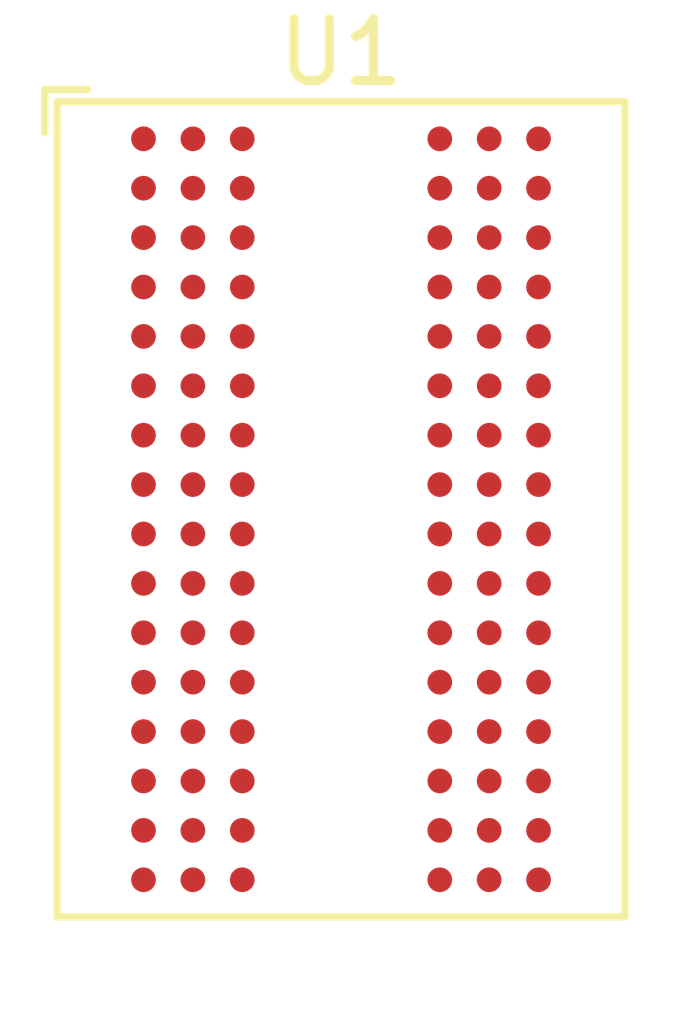
<source format=kicad_pcb>
(kicad_pcb (version 20201116) (generator pcbnew)
  (layers (0 "F.Cu" signal) (31 "B.Cu" signal) (34 "B.Paste" user) (35 "F.Paste" user) (36 "B.SilkS" user "B.Silkscreen") (37 "F.SilkS" user "F.Silkscreen") (38 "B.Mask" user) (39 "F.Mask" user) (44 "Edge.Cuts" user))
  (net 0 "")
  (net 1 "Net-(U1-PadT9)")
  (net 2 "Net-(U1-PadT8)")
  (net 3 "Net-(U1-PadT7)")
  (net 4 "Net-(U1-PadT3)")
  (net 5 "Net-(U1-PadT2)")
  (net 6 "Net-(U1-PadT1)")
  (net 7 "Net-(U1-PadR9)")
  (net 8 "Net-(U1-PadR8)")
  (net 9 "Net-(U1-PadR7)")
  (net 10 "Net-(U1-PadR3)")
  (net 11 "Net-(U1-PadR2)")
  (net 12 "Net-(U1-PadR1)")
  (net 13 "Net-(U1-PadP9)")
  (net 14 "Net-(U1-PadP8)")
  (net 15 "Net-(U1-PadP7)")
  (net 16 "Net-(U1-PadP3)")
  (net 17 "Net-(U1-PadP2)")
  (net 18 "Net-(U1-PadP1)")
  (net 19 "Net-(U1-PadN9)")
  (net 20 "Net-(U1-PadN8)")
  (net 21 "Net-(U1-PadN7)")
  (net 22 "Net-(U1-PadN3)")
  (net 23 "Net-(U1-PadN2)")
  (net 24 "Net-(U1-PadN1)")
  (net 25 "Net-(U1-PadM9)")
  (net 26 "Net-(U1-PadM8)")
  (net 27 "Net-(U1-PadM7)")
  (net 28 "Net-(U1-PadM3)")
  (net 29 "Net-(U1-PadM2)")
  (net 30 "Net-(U1-PadM1)")
  (net 31 "no_connect_96")
  (net 32 "Net-(U1-PadL8)")
  (net 33 "Net-(U1-PadL7)")
  (net 34 "Net-(U1-PadL3)")
  (net 35 "Net-(U1-PadL2)")
  (net 36 "no_connect_95")
  (net 37 "Net-(U1-PadK9)")
  (net 38 "Net-(U1-PadK8)")
  (net 39 "Net-(U1-PadK7)")
  (net 40 "Net-(U1-PadK3)")
  (net 41 "Net-(U1-PadK2)")
  (net 42 "Net-(U1-PadK1)")
  (net 43 "no_connect_94")
  (net 44 "Net-(U1-PadJ8)")
  (net 45 "Net-(U1-PadJ7)")
  (net 46 "Net-(U1-PadJ3)")
  (net 47 "Net-(U1-PadJ2)")
  (net 48 "no_connect_93")
  (net 49 "Net-(U1-PadH9)")
  (net 50 "Net-(U1-PadH8)")
  (net 51 "Net-(U1-PadH7)")
  (net 52 "Net-(U1-PadH3)")
  (net 53 "Net-(U1-PadH2)")
  (net 54 "Net-(U1-PadH1)")
  (net 55 "Net-(U1-PadG9)")
  (net 56 "Net-(U1-PadG8)")
  (net 57 "Net-(U1-PadG7)")
  (net 58 "Net-(U1-PadG3)")
  (net 59 "Net-(U1-PadG2)")
  (net 60 "Net-(U1-PadG1)")
  (net 61 "Net-(U1-PadF9)")
  (net 62 "Net-(U1-PadF8)")
  (net 63 "Net-(U1-PadF7)")
  (net 64 "Net-(U1-PadF3)")
  (net 65 "Net-(U1-PadF2)")
  (net 66 "Net-(U1-PadF1)")
  (net 67 "Net-(U1-PadE9)")
  (net 68 "Net-(U1-PadE8)")
  (net 69 "Net-(U1-PadE7)")
  (net 70 "Net-(U1-PadE3)")
  (net 71 "Net-(U1-PadE2)")
  (net 72 "Net-(U1-PadE1)")
  (net 73 "Net-(U1-PadD9)")
  (net 74 "Net-(U1-PadD8)")
  (net 75 "Net-(U1-PadD7)")
  (net 76 "Net-(U1-PadD3)")
  (net 77 "Net-(U1-PadD2)")
  (net 78 "Net-(U1-PadD1)")
  (net 79 "Net-(U1-PadC9)")
  (net 80 "Net-(U1-PadC8)")
  (net 81 "Net-(U1-PadC7)")
  (net 82 "Net-(U1-PadC3)")
  (net 83 "Net-(U1-PadC2)")
  (net 84 "Net-(U1-PadC1)")
  (net 85 "Net-(U1-PadB9)")
  (net 86 "Net-(U1-PadB8)")
  (net 87 "Net-(U1-PadB7)")
  (net 88 "Net-(U1-PadB3)")
  (net 89 "Net-(U1-PadB2)")
  (net 90 "Net-(U1-PadB1)")
  (net 91 "Net-(U1-PadA9)")
  (net 92 "Net-(U1-PadA8)")
  (net 93 "Net-(U1-PadA7)")
  (net 94 "Net-(U1-PadA3)")
  (net 95 "Net-(U1-PadA1)")
  (footprint "Package_BGA:BGA-96_9.0x13.0mm_Layout2x3x16_P0.8mm" (layer "F.Cu") (at 157.673 96.454)
    (fp_text reference "U1" (at 0 -7.4) (layer "F.SilkS"))
    (fp_text value "MT41K512M16")
    (fp_line (start 4.6 6.6) (end 4.6 -6.6) (layer "F.SilkS") (width 0.12))
    (fp_line (start -4.8 -6.8) (end -4.8 -6.1) (layer "F.SilkS") (width 0.12))
    (fp_line (start -4.1 -6.8) (end -4.8 -6.8) (layer "F.SilkS") (width 0.12))
    (fp_line (start 4.6 -6.6) (end -4.6 -6.6) (layer "F.SilkS") (width 0.12))
    (fp_line (start -4.6 6.6) (end 4.6 6.6) (layer "F.SilkS") (width 0.12))
    (fp_line (start -4.6 -6.6) (end -4.6 6.6) (layer "F.SilkS") (width 0.12))
    (pad "A1" smd circle (at -3.2 -6) (size 0.4 0.4) (layers "F.Cu" "F.Paste" "F.Mask") (net 95 "Net-(U1-PadA1)"))
    (pad "A2" smd circle (at -2.4 -6) (size 0.4 0.4) (layers "F.Cu" "F.Paste" "F.Mask"))
    (pad "A3" smd circle (at -1.6 -6) (size 0.4 0.4) (layers "F.Cu" "F.Paste" "F.Mask") (net 94 "Net-(U1-PadA3)"))
    (pad "A7" smd circle (at 1.6 -6) (size 0.4 0.4) (layers "F.Cu" "F.Paste" "F.Mask") (net 93 "Net-(U1-PadA7)"))
    (pad "A8" smd circle (at 2.4 -6) (size 0.4 0.4) (layers "F.Cu" "F.Paste" "F.Mask") (net 92 "Net-(U1-PadA8)"))
    (pad "A9" smd circle (at 3.2 -6) (size 0.4 0.4) (layers "F.Cu" "F.Paste" "F.Mask") (net 91 "Net-(U1-PadA9)"))
    (pad "B1" smd circle (at -3.2 -5.2) (size 0.4 0.4) (layers "F.Cu" "F.Paste" "F.Mask") (net 90 "Net-(U1-PadB1)"))
    (pad "B2" smd circle (at -2.4 -5.2) (size 0.4 0.4) (layers "F.Cu" "F.Paste" "F.Mask") (net 89 "Net-(U1-PadB2)"))
    (pad "B3" smd circle (at -1.6 -5.2) (size 0.4 0.4) (layers "F.Cu" "F.Paste" "F.Mask") (net 88 "Net-(U1-PadB3)"))
    (pad "B7" smd circle (at 1.6 -5.2) (size 0.4 0.4) (layers "F.Cu" "F.Paste" "F.Mask") (net 87 "Net-(U1-PadB7)"))
    (pad "B8" smd circle (at 2.4 -5.2) (size 0.4 0.4) (layers "F.Cu" "F.Paste" "F.Mask") (net 86 "Net-(U1-PadB8)"))
    (pad "B9" smd circle (at 3.2 -5.2) (size 0.4 0.4) (layers "F.Cu" "F.Paste" "F.Mask") (net 85 "Net-(U1-PadB9)"))
    (pad "C1" smd circle (at -3.2 -4.4) (size 0.4 0.4) (layers "F.Cu" "F.Paste" "F.Mask") (net 84 "Net-(U1-PadC1)"))
    (pad "C2" smd circle (at -2.4 -4.4) (size 0.4 0.4) (layers "F.Cu" "F.Paste" "F.Mask") (net 83 "Net-(U1-PadC2)"))
    (pad "C3" smd circle (at -1.6 -4.4) (size 0.4 0.4) (layers "F.Cu" "F.Paste" "F.Mask") (net 82 "Net-(U1-PadC3)"))
    (pad "C7" smd circle (at 1.6 -4.4) (size 0.4 0.4) (layers "F.Cu" "F.Paste" "F.Mask") (net 81 "Net-(U1-PadC7)"))
    (pad "C8" smd circle (at 2.4 -4.4) (size 0.4 0.4) (layers "F.Cu" "F.Paste" "F.Mask") (net 80 "Net-(U1-PadC8)"))
    (pad "C9" smd circle (at 3.2 -4.4) (size 0.4 0.4) (layers "F.Cu" "F.Paste" "F.Mask") (net 79 "Net-(U1-PadC9)"))
    (pad "D1" smd circle (at -3.2 -3.6) (size 0.4 0.4) (layers "F.Cu" "F.Paste" "F.Mask") (net 78 "Net-(U1-PadD1)"))
    (pad "D2" smd circle (at -2.4 -3.6) (size 0.4 0.4) (layers "F.Cu" "F.Paste" "F.Mask") (net 77 "Net-(U1-PadD2)"))
    (pad "D3" smd circle (at -1.6 -3.6) (size 0.4 0.4) (layers "F.Cu" "F.Paste" "F.Mask") (net 76 "Net-(U1-PadD3)"))
    (pad "D7" smd circle (at 1.6 -3.6) (size 0.4 0.4) (layers "F.Cu" "F.Paste" "F.Mask") (net 75 "Net-(U1-PadD7)"))
    (pad "D8" smd circle (at 2.4 -3.6) (size 0.4 0.4) (layers "F.Cu" "F.Paste" "F.Mask") (net 74 "Net-(U1-PadD8)"))
    (pad "D9" smd circle (at 3.2 -3.6) (size 0.4 0.4) (layers "F.Cu" "F.Paste" "F.Mask") (net 73 "Net-(U1-PadD9)"))
    (pad "E1" smd circle (at -3.2 -2.8) (size 0.4 0.4) (layers "F.Cu" "F.Paste" "F.Mask") (net 72 "Net-(U1-PadE1)"))
    (pad "E2" smd circle (at -2.4 -2.8) (size 0.4 0.4) (layers "F.Cu" "F.Paste" "F.Mask") (net 71 "Net-(U1-PadE2)"))
    (pad "E3" smd circle (at -1.6 -2.8) (size 0.4 0.4) (layers "F.Cu" "F.Paste" "F.Mask") (net 70 "Net-(U1-PadE3)"))
    (pad "E7" smd circle (at 1.6 -2.8) (size 0.4 0.4) (layers "F.Cu" "F.Paste" "F.Mask") (net 69 "Net-(U1-PadE7)"))
    (pad "E8" smd circle (at 2.4 -2.8) (size 0.4 0.4) (layers "F.Cu" "F.Paste" "F.Mask") (net 68 "Net-(U1-PadE8)"))
    (pad "E9" smd circle (at 3.2 -2.8) (size 0.4 0.4) (layers "F.Cu" "F.Paste" "F.Mask") (net 67 "Net-(U1-PadE9)"))
    (pad "F1" smd circle (at -3.2 -2) (size 0.4 0.4) (layers "F.Cu" "F.Paste" "F.Mask") (net 66 "Net-(U1-PadF1)"))
    (pad "F2" smd circle (at -2.4 -2) (size 0.4 0.4) (layers "F.Cu" "F.Paste" "F.Mask") (net 65 "Net-(U1-PadF2)"))
    (pad "F3" smd circle (at -1.6 -2) (size 0.4 0.4) (layers "F.Cu" "F.Paste" "F.Mask") (net 64 "Net-(U1-PadF3)"))
    (pad "F7" smd circle (at 1.6 -2) (size 0.4 0.4) (layers "F.Cu" "F.Paste" "F.Mask") (net 63 "Net-(U1-PadF7)"))
    (pad "F8" smd circle (at 2.4 -2) (size 0.4 0.4) (layers "F.Cu" "F.Paste" "F.Mask") (net 62 "Net-(U1-PadF8)"))
    (pad "F9" smd circle (at 3.2 -2) (size 0.4 0.4) (layers "F.Cu" "F.Paste" "F.Mask") (net 61 "Net-(U1-PadF9)"))
    (pad "G1" smd circle (at -3.2 -1.2) (size 0.4 0.4) (layers "F.Cu" "F.Paste" "F.Mask") (net 60 "Net-(U1-PadG1)"))
    (pad "G2" smd circle (at -2.4 -1.2) (size 0.4 0.4) (layers "F.Cu" "F.Paste" "F.Mask") (net 59 "Net-(U1-PadG2)"))
    (pad "G3" smd circle (at -1.6 -1.2) (size 0.4 0.4) (layers "F.Cu" "F.Paste" "F.Mask") (net 58 "Net-(U1-PadG3)"))
    (pad "G7" smd circle (at 1.6 -1.2) (size 0.4 0.4) (layers "F.Cu" "F.Paste" "F.Mask") (net 57 "Net-(U1-PadG7)"))
    (pad "G8" smd circle (at 2.4 -1.2) (size 0.4 0.4) (layers "F.Cu" "F.Paste" "F.Mask") (net 56 "Net-(U1-PadG8)"))
    (pad "G9" smd circle (at 3.2 -1.2) (size 0.4 0.4) (layers "F.Cu" "F.Paste" "F.Mask") (net 55 "Net-(U1-PadG9)"))
    (pad "H1" smd circle (at -3.2 -0.4) (size 0.4 0.4) (layers "F.Cu" "F.Paste" "F.Mask") (net 54 "Net-(U1-PadH1)"))
    (pad "H2" smd circle (at -2.4 -0.4) (size 0.4 0.4) (layers "F.Cu" "F.Paste" "F.Mask") (net 53 "Net-(U1-PadH2)"))
    (pad "H3" smd circle (at -1.6 -0.4) (size 0.4 0.4) (layers "F.Cu" "F.Paste" "F.Mask") (net 52 "Net-(U1-PadH3)"))
    (pad "H7" smd circle (at 1.6 -0.4) (size 0.4 0.4) (layers "F.Cu" "F.Paste" "F.Mask") (net 51 "Net-(U1-PadH7)"))
    (pad "H8" smd circle (at 2.4 -0.4) (size 0.4 0.4) (layers "F.Cu" "F.Paste" "F.Mask") (net 50 "Net-(U1-PadH8)"))
    (pad "H9" smd circle (at 3.2 -0.4) (size 0.4 0.4) (layers "F.Cu" "F.Paste" "F.Mask") (net 49 "Net-(U1-PadH9)"))
    (pad "J1" smd circle (at -3.2 0.4) (size 0.4 0.4) (layers "F.Cu" "F.Paste" "F.Mask") (net 48 "no_connect_93"))
    (pad "J2" smd circle (at -2.4 0.4) (size 0.4 0.4) (layers "F.Cu" "F.Paste" "F.Mask") (net 47 "Net-(U1-PadJ2)"))
    (pad "J3" smd circle (at -1.6 0.4) (size 0.4 0.4) (layers "F.Cu" "F.Paste" "F.Mask") (net 46 "Net-(U1-PadJ3)"))
    (pad "J7" smd circle (at 1.6 0.4) (size 0.4 0.4) (layers "F.Cu" "F.Paste" "F.Mask") (net 45 "Net-(U1-PadJ7)"))
    (pad "J8" smd circle (at 2.4 0.4) (size 0.4 0.4) (layers "F.Cu" "F.Paste" "F.Mask") (net 44 "Net-(U1-PadJ8)"))
    (pad "J9" smd circle (at 3.2 0.4) (size 0.4 0.4) (layers "F.Cu" "F.Paste" "F.Mask") (net 43 "no_connect_94"))
    (pad "K1" smd circle (at -3.2 1.2) (size 0.4 0.4) (layers "F.Cu" "F.Paste" "F.Mask") (net 42 "Net-(U1-PadK1)"))
    (pad "K2" smd circle (at -2.4 1.2) (size 0.4 0.4) (layers "F.Cu" "F.Paste" "F.Mask") (net 41 "Net-(U1-PadK2)"))
    (pad "K3" smd circle (at -1.6 1.2) (size 0.4 0.4) (layers "F.Cu" "F.Paste" "F.Mask") (net 40 "Net-(U1-PadK3)"))
    (pad "K7" smd circle (at 1.6 1.2) (size 0.4 0.4) (layers "F.Cu" "F.Paste" "F.Mask") (net 39 "Net-(U1-PadK7)"))
    (pad "K8" smd circle (at 2.4 1.2) (size 0.4 0.4) (layers "F.Cu" "F.Paste" "F.Mask") (net 38 "Net-(U1-PadK8)"))
    (pad "K9" smd circle (at 3.2 1.2) (size 0.4 0.4) (layers "F.Cu" "F.Paste" "F.Mask") (net 37 "Net-(U1-PadK9)"))
    (pad "L1" smd circle (at -3.2 2) (size 0.4 0.4) (layers "F.Cu" "F.Paste" "F.Mask") (net 36 "no_connect_95"))
    (pad "L2" smd circle (at -2.4 2) (size 0.4 0.4) (layers "F.Cu" "F.Paste" "F.Mask") (net 35 "Net-(U1-PadL2)"))
    (pad "L3" smd circle (at -1.6 2) (size 0.4 0.4) (layers "F.Cu" "F.Paste" "F.Mask") (net 34 "Net-(U1-PadL3)"))
    (pad "L7" smd circle (at 1.6 2) (size 0.4 0.4) (layers "F.Cu" "F.Paste" "F.Mask") (net 33 "Net-(U1-PadL7)"))
    (pad "L8" smd circle (at 2.4 2) (size 0.4 0.4) (layers "F.Cu" "F.Paste" "F.Mask") (net 32 "Net-(U1-PadL8)"))
    (pad "L9" smd circle (at 3.2 2) (size 0.4 0.4) (layers "F.Cu" "F.Paste" "F.Mask") (net 31 "no_connect_96"))
    (pad "M1" smd circle (at -3.2 2.8) (size 0.4 0.4) (layers "F.Cu" "F.Paste" "F.Mask") (net 30 "Net-(U1-PadM1)"))
    (pad "M2" smd circle (at -2.4 2.8) (size 0.4 0.4) (layers "F.Cu" "F.Paste" "F.Mask") (net 29 "Net-(U1-PadM2)"))
    (pad "M3" smd circle (at -1.6 2.8) (size 0.4 0.4) (layers "F.Cu" "F.Paste" "F.Mask") (net 28 "Net-(U1-PadM3)"))
    (pad "M7" smd circle (at 1.6 2.8) (size 0.4 0.4) (layers "F.Cu" "F.Paste" "F.Mask") (net 27 "Net-(U1-PadM7)"))
    (pad "M8" smd circle (at 2.4 2.8) (size 0.4 0.4) (layers "F.Cu" "F.Paste" "F.Mask") (net 26 "Net-(U1-PadM8)"))
    (pad "M9" smd circle (at 3.2 2.8) (size 0.4 0.4) (layers "F.Cu" "F.Paste" "F.Mask") (net 25 "Net-(U1-PadM9)"))
    (pad "N1" smd circle (at -3.2 3.6) (size 0.4 0.4) (layers "F.Cu" "F.Paste" "F.Mask") (net 24 "Net-(U1-PadN1)"))
    (pad "N2" smd circle (at -2.4 3.6) (size 0.4 0.4) (layers "F.Cu" "F.Paste" "F.Mask") (net 23 "Net-(U1-PadN2)"))
    (pad "N3" smd circle (at -1.6 3.6) (size 0.4 0.4) (layers "F.Cu" "F.Paste" "F.Mask") (net 22 "Net-(U1-PadN3)"))
    (pad "N7" smd circle (at 1.6 3.6) (size 0.4 0.4) (layers "F.Cu" "F.Paste" "F.Mask") (net 21 "Net-(U1-PadN7)"))
    (pad "N8" smd circle (at 2.4 3.6) (size 0.4 0.4) (layers "F.Cu" "F.Paste" "F.Mask") (net 20 "Net-(U1-PadN8)"))
    (pad "N9" smd circle (at 3.2 3.6) (size 0.4 0.4) (layers "F.Cu" "F.Paste" "F.Mask") (net 19 "Net-(U1-PadN9)"))
    (pad "P1" smd circle (at -3.2 4.4) (size 0.4 0.4) (layers "F.Cu" "F.Paste" "F.Mask") (net 18 "Net-(U1-PadP1)"))
    (pad "P2" smd circle (at -2.4 4.4) (size 0.4 0.4) (layers "F.Cu" "F.Paste" "F.Mask") (net 17 "Net-(U1-PadP2)"))
    (pad "P3" smd circle (at -1.6 4.4) (size 0.4 0.4) (layers "F.Cu" "F.Paste" "F.Mask") (net 16 "Net-(U1-PadP3)"))
    (pad "P7" smd circle (at 1.6 4.4) (size 0.4 0.4) (layers "F.Cu" "F.Paste" "F.Mask") (net 15 "Net-(U1-PadP7)"))
    (pad "P8" smd circle (at 2.4 4.4) (size 0.4 0.4) (layers "F.Cu" "F.Paste" "F.Mask") (net 14 "Net-(U1-PadP8)"))
    (pad "P9" smd circle (at 3.2 4.4) (size 0.4 0.4) (layers "F.Cu" "F.Paste" "F.Mask") (net 13 "Net-(U1-PadP9)"))
    (pad "R1" smd circle (at -3.2 5.2) (size 0.4 0.4) (layers "F.Cu" "F.Paste" "F.Mask") (net 12 "Net-(U1-PadR1)"))
    (pad "R2" smd circle (at -2.4 5.2) (size 0.4 0.4) (layers "F.Cu" "F.Paste" "F.Mask") (net 11 "Net-(U1-PadR2)"))
    (pad "R3" smd circle (at -1.6 5.2) (size 0.4 0.4) (layers "F.Cu" "F.Paste" "F.Mask") (net 10 "Net-(U1-PadR3)"))
    (pad "R7" smd circle (at 1.6 5.2) (size 0.4 0.4) (layers "F.Cu" "F.Paste" "F.Mask") (net 9 "Net-(U1-PadR7)"))
    (pad "R8" smd circle (at 2.4 5.2) (size 0.4 0.4) (layers "F.Cu" "F.Paste" "F.Mask") (net 8 "Net-(U1-PadR8)"))
    (pad "R9" smd circle (at 3.2 5.2) (size 0.4 0.4) (layers "F.Cu" "F.Paste" "F.Mask") (net 7 "Net-(U1-PadR9)"))
    (pad "T1" smd circle (at -3.2 6) (size 0.4 0.4) (layers "F.Cu" "F.Paste" "F.Mask") (net 6 "Net-(U1-PadT1)"))
    (pad "T2" smd circle (at -2.4 6) (size 0.4 0.4) (layers "F.Cu" "F.Paste" "F.Mask") (net 5 "Net-(U1-PadT2)"))
    (pad "T3" smd circle (at -1.6 6) (size 0.4 0.4) (layers "F.Cu" "F.Paste" "F.Mask") (net 4 "Net-(U1-PadT3)"))
    (pad "T7" smd circle (at 1.6 6) (size 0.4 0.4) (layers "F.Cu" "F.Paste" "F.Mask") (net 3 "Net-(U1-PadT7)"))
    (pad "T8" smd circle (at 2.4 6) (size 0.4 0.4) (layers "F.Cu" "F.Paste" "F.Mask") (net 2 "Net-(U1-PadT8)"))
    (pad "T9" smd circle (at 3.2 6) (size 0.4 0.4) (layers "F.Cu" "F.Paste" "F.Mask") (net 1 "Net-(U1-PadT9)"))
  )
)
</source>
